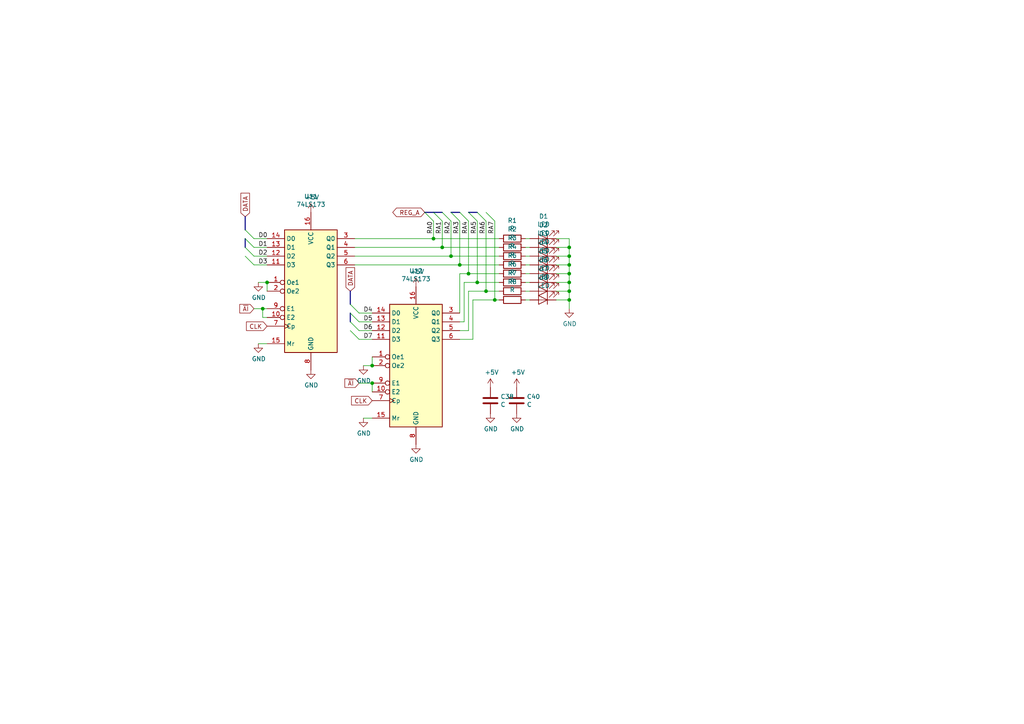
<source format=kicad_sch>
(kicad_sch (version 20200618) (host eeschema "(5.99.0-2101-geb1ff80d5)")
  (page 1 1)
  (paper "A4")
  (title_block (title "REGISTER A") (date "2020-10-10") (rev "1") (company "Wilhelm-Maybach-Schule Heilbronn") (comment 1 "Leon Hellmich"))
  (lib_symbols
    (symbol "74xx:74LS173"
      (property "Reference" "U" (at -7.62 19.05 0))
      (property "Value" "74LS173" (at -7.62 -19.05 0))
      (symbol "74LS173_1_1"
        (rectangle (start -7.62 17.78) (end 7.62 -17.78) (stroke (width 0.254)) (fill (type background)))
      )
      (symbol "74LS173_1_0"
        (pin input inverted (at -12.7 2.54 0) (length 5.08) (name "Oe1") (number "1"))
        (pin input inverted (at -12.7 -7.62 0) (length 5.08) (name "E2") (number "10"))
        (pin input line (at -12.7 7.62 0) (length 5.08) (name "D3") (number "11"))
        (pin input line (at -12.7 10.16 0) (length 5.08) (name "D2") (number "12"))
        (pin input line (at -12.7 12.7 0) (length 5.08) (name "D1") (number "13"))
        (pin input line (at -12.7 15.24 0) (length 5.08) (name "D0") (number "14"))
        (pin input line (at -12.7 -15.24 0) (length 5.08) (name "Mr") (number "15"))
        (pin power_in line (at 0 22.86 270) (length 5.08) (name "VCC") (number "16"))
        (pin input inverted (at -12.7 0 0) (length 5.08) (name "Oe2") (number "2"))
        (pin tri_state line (at 12.7 15.24 180) (length 5.08) (name "Q0") (number "3"))
        (pin tri_state line (at 12.7 12.7 180) (length 5.08) (name "Q1") (number "4"))
        (pin tri_state line (at 12.7 10.16 180) (length 5.08) (name "Q2") (number "5"))
        (pin tri_state line (at 12.7 7.62 180) (length 5.08) (name "Q3") (number "6"))
        (pin input clock (at -12.7 -10.16 0) (length 5.08) (name "Cp") (number "7"))
        (pin power_in line (at 0 -22.86 90) (length 5.08) (name "GND") (number "8"))
        (pin input inverted (at -12.7 -5.08 0) (length 5.08) (name "E1") (number "9"))
      )
    )
    (symbol "Device:C" (pin_numbers hide) (pin_names (offset 0.254))
      (property "Reference" "C" (at 0.635 2.54 0))
      (property "Value" "C" (at 0.635 -2.54 0))
      (symbol "C_0_1"
        (polyline (pts (xy -2.032 -0.762) (xy 2.032 -0.762)) (stroke (width 0.508)))
        (polyline (pts (xy -2.032 0.762) (xy 2.032 0.762)) (stroke (width 0.508)))
      )
      (symbol "C_1_1"
        (pin passive line (at 0 3.81 270) (length 2.794) (name "~") (number "1"))
        (pin passive line (at 0 -3.81 90) (length 2.794) (name "~") (number "2"))
      )
    )
    (symbol "Device:LED" (pin_numbers hide) (pin_names hide)
      (property "Reference" "D" (at 0 2.54 0))
      (property "Value" "LED" (at 0 -2.54 0))
      (symbol "LED_0_1"
        (polyline (pts (xy -1.27 -1.27) (xy -1.27 1.27)) (stroke (width 0.2032)))
        (polyline (pts (xy -1.27 0) (xy 1.27 0)))
        (polyline (pts (xy 1.27 -1.27) (xy 1.27 1.27) (xy -1.27 0) (xy 1.27 -1.27)) (stroke (width 0.2032)))
        (polyline (pts (xy -3.048 -0.762) (xy -4.572 -2.286) (xy -3.81 -2.286) (xy -4.572 -2.286) (xy -4.572 -1.524)))
        (polyline (pts (xy -1.778 -0.762) (xy -3.302 -2.286) (xy -2.54 -2.286) (xy -3.302 -2.286) (xy -3.302 -1.524)))
      )
      (symbol "LED_1_1"
        (pin passive line (at -3.81 0 0) (length 2.54) (name "K") (number "1"))
        (pin passive line (at 3.81 0 180) (length 2.54) (name "A") (number "2"))
      )
    )
    (symbol "Device:R" (pin_numbers hide) (pin_names (offset 0))
      (property "Reference" "R" (at 2.032 0 90))
      (property "Value" "R" (at 0 0 90))
      (symbol "R_0_1"
        (rectangle (start -1.016 -2.54) (end 1.016 2.54) (stroke (width 0.254)))
      )
      (symbol "R_1_1"
        (pin passive line (at 0 3.81 270) (length 1.27) (name "~") (number "1"))
        (pin passive line (at 0 -3.81 90) (length 1.27) (name "~") (number "2"))
      )
    )
    (symbol "power:+5V" (power) (pin_names (offset 0))
      (property "Value" "+5V" (at 0 3.556 0))
      (symbol "+5V_0_1"
        (polyline (pts (xy -0.762 1.27) (xy 0 2.54)))
        (polyline (pts (xy 0 0) (xy 0 2.54)))
        (polyline (pts (xy 0 2.54) (xy 0.762 1.27)))
      )
      (symbol "+5V_1_1"
        (pin power_in line (at 0 0 90) (length 0) hide (name "+5V") (number "1"))
      )
    )
    (symbol "power:GND" (power) (pin_names (offset 0))
      (property "Value" "GND" (at 0 -3.81 0))
      (symbol "GND_0_1"
        (polyline (pts (xy 0 0) (xy 0 -1.27) (xy 1.27 -1.27) (xy 0 -2.54) (xy -1.27 -1.27) (xy 0 -1.27)))
      )
      (symbol "GND_1_1"
        (pin power_in line (at 0 0 270) (length 0) hide (name "GND") (number "1"))
      )
    )
  )
  (junction (at 76.2 89.535))
  (junction (at 77.47 81.915))
  (junction (at 107.95 106.045))
  (junction (at 107.95 111.125))
  (junction (at 125.73 69.215))
  (junction (at 128.27 71.755))
  (junction (at 130.81 74.295))
  (junction (at 133.35 76.835))
  (junction (at 135.89 79.375))
  (junction (at 138.43 81.915))
  (junction (at 140.97 84.455))
  (junction (at 143.51 86.995))
  (junction (at 165.1 71.755))
  (junction (at 165.1 74.295))
  (junction (at 165.1 76.835))
  (junction (at 165.1 79.375))
  (junction (at 165.1 81.915))
  (junction (at 165.1 84.455))
  (junction (at 165.1 86.995))
  (bus_entry (at 71.12 66.675) (size 2.54 2.54) (stroke (width 0.1524)))
  (bus_entry (at 71.12 69.215) (size 2.54 2.54) (stroke (width 0.1524)))
  (bus_entry (at 71.12 71.755) (size 2.54 2.54) (stroke (width 0.1524)))
  (bus_entry (at 71.12 74.295) (size 2.54 2.54) (stroke (width 0.1524)))
  (bus_entry (at 101.6 88.265) (size 2.54 2.54) (stroke (width 0.1524)))
  (bus_entry (at 101.6 90.805) (size 2.54 2.54) (stroke (width 0.1524)))
  (bus_entry (at 101.6 93.345) (size 2.54 2.54) (stroke (width 0.1524)))
  (bus_entry (at 101.6 95.885) (size 2.54 2.54) (stroke (width 0.1524)))
  (bus_entry (at 123.19 61.595) (size 2.54 2.54) (stroke (width 0.1524)))
  (bus_entry (at 125.73 61.595) (size 2.54 2.54) (stroke (width 0.1524)))
  (bus_entry (at 128.27 61.595) (size 2.54 2.54) (stroke (width 0.1524)))
  (bus_entry (at 130.81 61.595) (size 2.54 2.54) (stroke (width 0.1524)))
  (bus_entry (at 133.35 61.595) (size 2.54 2.54) (stroke (width 0.1524)))
  (bus_entry (at 135.89 61.595) (size 2.54 2.54) (stroke (width 0.1524)))
  (bus_entry (at 138.43 61.595) (size 2.54 2.54) (stroke (width 0.1524)))
  (bus_entry (at 140.97 61.595) (size 2.54 2.54) (stroke (width 0.1524)))
  (wire (pts (xy 73.66 69.215) (xy 77.47 69.215)))
  (wire (pts (xy 73.66 74.295) (xy 77.47 74.295)))
  (wire (pts (xy 73.66 76.835) (xy 77.47 76.835)))
  (wire (pts (xy 76.2 89.535) (xy 73.66 89.535)))
  (wire (pts (xy 76.2 89.535) (xy 76.2 92.075)))
  (wire (pts (xy 76.2 92.075) (xy 77.47 92.075)))
  (wire (pts (xy 77.47 71.755) (xy 73.66 71.755)))
  (wire (pts (xy 77.47 81.915) (xy 74.93 81.915)))
  (wire (pts (xy 77.47 81.915) (xy 77.47 84.455)))
  (wire (pts (xy 77.47 89.535) (xy 76.2 89.535)))
  (wire (pts (xy 77.47 99.695) (xy 74.93 99.695)))
  (wire (pts (xy 102.87 69.215) (xy 125.73 69.215)))
  (wire (pts (xy 102.87 71.755) (xy 128.27 71.755)))
  (wire (pts (xy 102.87 74.295) (xy 130.81 74.295)))
  (wire (pts (xy 102.87 76.835) (xy 133.35 76.835)))
  (wire (pts (xy 104.14 90.805) (xy 107.95 90.805)))
  (wire (pts (xy 104.14 95.885) (xy 107.95 95.885)))
  (wire (pts (xy 104.14 98.425) (xy 107.95 98.425)))
  (wire (pts (xy 105.41 106.045) (xy 107.95 106.045)))
  (wire (pts (xy 107.95 93.345) (xy 104.14 93.345)))
  (wire (pts (xy 107.95 106.045) (xy 107.95 103.505)))
  (wire (pts (xy 107.95 111.125) (xy 104.14 111.125)))
  (wire (pts (xy 107.95 113.665) (xy 107.95 111.125)))
  (wire (pts (xy 107.95 121.285) (xy 105.41 121.285)))
  (wire (pts (xy 125.73 64.135) (xy 125.73 69.215)))
  (wire (pts (xy 125.73 69.215) (xy 144.78 69.215)))
  (wire (pts (xy 128.27 64.135) (xy 128.27 71.755)))
  (wire (pts (xy 128.27 71.755) (xy 144.78 71.755)))
  (wire (pts (xy 130.81 64.135) (xy 130.81 74.295)))
  (wire (pts (xy 130.81 74.295) (xy 144.78 74.295)))
  (wire (pts (xy 133.35 64.135) (xy 133.35 76.835)))
  (wire (pts (xy 133.35 76.835) (xy 144.78 76.835)))
  (wire (pts (xy 133.35 79.375) (xy 135.89 79.375)))
  (wire (pts (xy 133.35 90.805) (xy 133.35 79.375)))
  (wire (pts (xy 133.35 93.345) (xy 134.62 93.345)))
  (wire (pts (xy 133.35 95.885) (xy 135.89 95.885)))
  (wire (pts (xy 133.35 98.425) (xy 137.16 98.425)))
  (wire (pts (xy 134.62 81.915) (xy 138.43 81.915)))
  (wire (pts (xy 134.62 93.345) (xy 134.62 81.915)))
  (wire (pts (xy 135.89 64.135) (xy 135.89 79.375)))
  (wire (pts (xy 135.89 79.375) (xy 144.78 79.375)))
  (wire (pts (xy 135.89 84.455) (xy 140.97 84.455)))
  (wire (pts (xy 135.89 95.885) (xy 135.89 84.455)))
  (wire (pts (xy 137.16 86.995) (xy 143.51 86.995)))
  (wire (pts (xy 137.16 98.425) (xy 137.16 86.995)))
  (wire (pts (xy 138.43 64.135) (xy 138.43 81.915)))
  (wire (pts (xy 138.43 81.915) (xy 144.78 81.915)))
  (wire (pts (xy 140.97 64.135) (xy 140.97 84.455)))
  (wire (pts (xy 140.97 84.455) (xy 144.78 84.455)))
  (wire (pts (xy 143.51 64.135) (xy 143.51 86.995)))
  (wire (pts (xy 143.51 86.995) (xy 144.78 86.995)))
  (wire (pts (xy 152.4 69.215) (xy 153.67 69.215)))
  (wire (pts (xy 152.4 74.295) (xy 153.67 74.295)))
  (wire (pts (xy 152.4 79.375) (xy 153.67 79.375)))
  (wire (pts (xy 152.4 84.455) (xy 153.67 84.455)))
  (wire (pts (xy 153.67 71.755) (xy 152.4 71.755)))
  (wire (pts (xy 153.67 76.835) (xy 152.4 76.835)))
  (wire (pts (xy 153.67 81.915) (xy 152.4 81.915)))
  (wire (pts (xy 153.67 86.995) (xy 152.4 86.995)))
  (wire (pts (xy 161.29 69.215) (xy 165.1 69.215)))
  (wire (pts (xy 161.29 71.755) (xy 165.1 71.755)))
  (wire (pts (xy 161.29 74.295) (xy 165.1 74.295)))
  (wire (pts (xy 161.29 76.835) (xy 165.1 76.835)))
  (wire (pts (xy 161.29 79.375) (xy 165.1 79.375)))
  (wire (pts (xy 161.29 81.915) (xy 165.1 81.915)))
  (wire (pts (xy 161.29 84.455) (xy 165.1 84.455)))
  (wire (pts (xy 161.29 86.995) (xy 165.1 86.995)))
  (wire (pts (xy 165.1 69.215) (xy 165.1 71.755)))
  (wire (pts (xy 165.1 71.755) (xy 165.1 74.295)))
  (wire (pts (xy 165.1 74.295) (xy 165.1 76.835)))
  (wire (pts (xy 165.1 76.835) (xy 165.1 79.375)))
  (wire (pts (xy 165.1 79.375) (xy 165.1 81.915)))
  (wire (pts (xy 165.1 81.915) (xy 165.1 84.455)))
  (wire (pts (xy 165.1 84.455) (xy 165.1 86.995)))
  (wire (pts (xy 165.1 86.995) (xy 165.1 89.535)))
  (bus (pts (xy 71.12 62.865) (xy 71.12 69.215)))
  (bus (pts (xy 71.12 69.215) (xy 71.12 74.295)))
  (bus (pts (xy 101.6 84.455) (xy 101.6 90.805)))
  (bus (pts (xy 101.6 90.805) (xy 101.6 95.885)))
  (bus (pts (xy 123.19 61.595) (xy 125.73 61.595)))
  (bus (pts (xy 125.73 61.595) (xy 130.81 61.595)))
  (bus (pts (xy 130.81 61.595) (xy 135.89 61.595)))
  (bus (pts (xy 135.89 61.595) (xy 140.97 61.595)))
  (label "D0" (at 74.93 69.215 0))
  (label "D1" (at 74.93 71.755 0))
  (label "D2" (at 74.93 74.295 0))
  (label "D3" (at 74.93 76.835 0))
  (label "D4" (at 105.41 90.805 0))
  (label "D5" (at 105.41 93.345 0))
  (label "D6" (at 105.41 95.885 0))
  (label "D7" (at 105.41 98.425 0))
  (label "RA0" (at 125.73 64.135 270))
  (label "RA1" (at 128.27 64.135 270))
  (label "RA2" (at 130.81 64.135 270))
  (label "RA3" (at 133.35 64.135 270))
  (label "RA4" (at 135.89 64.135 270))
  (label "RA5" (at 138.43 64.135 270))
  (label "RA6" (at 140.97 64.135 270))
  (label "RA7" (at 143.51 64.135 270))
  (global_label "DATA" (shape input) (at 71.12 62.865 90))
  (global_label "~AI" (shape input) (at 73.66 89.535 180))
  (global_label "CLK" (shape input) (at 77.47 94.615 180))
  (global_label "DATA" (shape input) (at 101.6 84.455 90))
  (global_label "~AI" (shape input) (at 104.14 111.125 180))
  (global_label "CLK" (shape input) (at 107.95 116.205 180))
  (global_label "REG_A" (shape bidirectional) (at 123.19 61.595 180))
  (symbol (lib_id "power:+5V") (at 90.17 61.595 0) (unit 1)
    (property "Reference" "#PWR0120" (effects hide))
    (property "Value" "+5V" (at 90.551 57.2008 0))
  )
  (symbol (lib_id "power:+5V") (at 120.65 83.185 0) (unit 1)
    (property "Reference" "#PWR0121" (effects hide))
    (property "Value" "+5V" (at 121.031 78.7908 0))
  )
  (symbol (lib_id "power:+5V") (at 142.24 112.395 0) (unit 1)
    (property "Reference" "#PWR086" (effects hide))
    (property "Value" "+5V" (at 142.621 108.0008 0))
  )
  (symbol (lib_id "power:+5V") (at 149.86 112.395 0) (unit 1)
    (property "Reference" "#PWR090" (effects hide))
    (property "Value" "+5V" (at 150.241 108.0008 0))
  )
  (symbol (lib_id "power:GND") (at 74.93 81.915 0) (unit 1)
    (property "Reference" "#PWR0119" (effects hide))
    (property "Value" "GND" (at 75.057 86.3092 0))
  )
  (symbol (lib_id "power:GND") (at 74.93 99.695 0) (unit 1)
    (property "Reference" "#PWR0125" (effects hide))
    (property "Value" "GND" (at 75.057 104.0892 0))
  )
  (symbol (lib_id "power:GND") (at 90.17 107.315 0) (unit 1)
    (property "Reference" "#PWR0122" (effects hide))
    (property "Value" "GND" (at 90.297 111.7092 0))
  )
  (symbol (lib_id "power:GND") (at 105.41 106.045 0) (unit 1)
    (property "Reference" "#PWR0118" (effects hide))
    (property "Value" "GND" (at 105.537 110.4392 0))
  )
  (symbol (lib_id "power:GND") (at 105.41 121.285 0) (unit 1)
    (property "Reference" "#PWR0124" (effects hide))
    (property "Value" "GND" (at 105.537 125.6792 0))
  )
  (symbol (lib_id "power:GND") (at 120.65 128.905 0) (unit 1)
    (property "Reference" "#PWR0123" (effects hide))
    (property "Value" "GND" (at 120.777 133.2992 0))
  )
  (symbol (lib_id "power:GND") (at 142.24 120.015 0) (unit 1)
    (property "Reference" "#PWR087" (effects hide))
    (property "Value" "GND" (at 142.367 124.4092 0))
  )
  (symbol (lib_id "power:GND") (at 149.86 120.015 0) (unit 1)
    (property "Reference" "#PWR091" (effects hide))
    (property "Value" "GND" (at 149.987 124.4092 0))
  )
  (symbol (lib_id "power:GND") (at 165.1 89.535 0) (unit 1)
    (property "Reference" "#PWR0117" (effects hide))
    (property "Value" "GND" (at 165.227 93.9292 0))
  )
  (symbol (lib_id "Device:R") (at 148.59 69.215 270) (unit 1)
    (property "Reference" "R1" (at 148.59 63.9572 90))
    (property "Value" "R" (at 148.59 66.2686 90))
    (property "Footprint" "Resistor_SMD:R_0805_2012Metric_Pad1.15x1.40mm_HandSolder" (effects hide))
  )
  (symbol (lib_id "Device:R") (at 148.59 71.755 270) (unit 1)
    (property "Reference" "R2" (at 148.59 66.4972 90))
    (property "Value" "R" (at 148.59 68.8086 90))
    (property "Footprint" "Resistor_SMD:R_0805_2012Metric_Pad1.15x1.40mm_HandSolder" (effects hide))
  )
  (symbol (lib_id "Device:R") (at 148.59 74.295 270) (unit 1)
    (property "Reference" "R3" (at 148.59 69.0372 90))
    (property "Value" "R" (at 148.59 71.3486 90))
    (property "Footprint" "Resistor_SMD:R_0805_2012Metric_Pad1.15x1.40mm_HandSolder" (effects hide))
  )
  (symbol (lib_id "Device:R") (at 148.59 76.835 270) (unit 1)
    (property "Reference" "R4" (at 148.59 71.5772 90))
    (property "Value" "R" (at 148.59 73.8886 90))
    (property "Footprint" "Resistor_SMD:R_0805_2012Metric_Pad1.15x1.40mm_HandSolder" (effects hide))
  )
  (symbol (lib_id "Device:R") (at 148.59 79.375 270) (unit 1)
    (property "Reference" "R5" (at 148.59 74.1172 90))
    (property "Value" "R" (at 148.59 76.4286 90))
    (property "Footprint" "Resistor_SMD:R_0805_2012Metric_Pad1.15x1.40mm_HandSolder" (effects hide))
  )
  (symbol (lib_id "Device:R") (at 148.59 81.915 270) (unit 1)
    (property "Reference" "R6" (at 148.59 76.6572 90))
    (property "Value" "R" (at 148.59 78.9686 90))
    (property "Footprint" "Resistor_SMD:R_0805_2012Metric_Pad1.15x1.40mm_HandSolder" (effects hide))
  )
  (symbol (lib_id "Device:R") (at 148.59 84.455 270) (unit 1)
    (property "Reference" "R7" (at 148.59 79.1972 90))
    (property "Value" "R" (at 148.59 81.5086 90))
    (property "Footprint" "Resistor_SMD:R_0805_2012Metric_Pad1.15x1.40mm_HandSolder" (effects hide))
  )
  (symbol (lib_id "Device:R") (at 148.59 86.995 270) (unit 1)
    (property "Reference" "R8" (at 148.59 81.7372 90))
    (property "Value" "R" (at 148.59 84.0486 90))
    (property "Footprint" "Resistor_SMD:R_0805_2012Metric_Pad1.15x1.40mm_HandSolder" (effects hide))
  )
  (symbol (lib_id "Device:LED") (at 157.48 69.215 180) (unit 1)
    (property "Reference" "D1" (at 157.6578 62.738 0))
    (property "Value" "LED" (at 157.6578 65.0494 0))
    (property "Footprint" "LED_THT:LED_D5.0mm" (effects hide))
  )
  (symbol (lib_id "Device:LED") (at 157.48 71.755 180) (unit 1)
    (property "Reference" "D2" (at 157.6578 65.278 0))
    (property "Value" "LED" (at 157.6578 67.5894 0))
    (property "Footprint" "LED_THT:LED_D5.0mm" (effects hide))
  )
  (symbol (lib_id "Device:LED") (at 157.48 74.295 180) (unit 1)
    (property "Reference" "D3" (at 157.6578 67.818 0))
    (property "Value" "LED" (at 157.6578 70.1294 0))
    (property "Footprint" "LED_THT:LED_D5.0mm" (effects hide))
  )
  (symbol (lib_id "Device:LED") (at 157.48 76.835 180) (unit 1)
    (property "Reference" "D4" (at 157.6578 70.358 0))
    (property "Value" "LED" (at 157.6578 72.6694 0))
    (property "Footprint" "LED_THT:LED_D5.0mm" (effects hide))
  )
  (symbol (lib_id "Device:LED") (at 157.48 79.375 180) (unit 1)
    (property "Reference" "D5" (at 157.6578 72.898 0))
    (property "Value" "LED" (at 157.6578 75.2094 0))
    (property "Footprint" "LED_THT:LED_D5.0mm" (effects hide))
  )
  (symbol (lib_id "Device:LED") (at 157.48 81.915 180) (unit 1)
    (property "Reference" "D6" (at 157.6578 75.438 0))
    (property "Value" "LED" (at 157.6578 77.7494 0))
    (property "Footprint" "LED_THT:LED_D5.0mm" (effects hide))
  )
  (symbol (lib_id "Device:LED") (at 157.48 84.455 180) (unit 1)
    (property "Reference" "D7" (at 157.6578 77.978 0))
    (property "Value" "LED" (at 157.6578 80.2894 0))
    (property "Footprint" "LED_THT:LED_D5.0mm" (effects hide))
  )
  (symbol (lib_id "Device:LED") (at 157.48 86.995 180) (unit 1)
    (property "Reference" "D8" (at 157.6578 80.518 0))
    (property "Value" "LED" (at 157.6578 82.8294 0))
    (property "Footprint" "LED_THT:LED_D5.0mm" (effects hide))
  )
  (symbol (lib_id "Device:C") (at 142.24 116.205 0) (unit 1)
    (property "Reference" "C38" (at 145.161 115.0366 0) (effects (justify left)))
    (property "Value" "C" (at 145.161 117.348 0) (effects (justify left)))
    (property "Footprint" "Capacitor_SMD:C_0805_2012Metric_Pad1.15x1.40mm_HandSolder" (effects hide))
  )
  (symbol (lib_id "Device:C") (at 149.86 116.205 0) (unit 1)
    (property "Reference" "C40" (at 152.781 115.0366 0) (effects (justify left)))
    (property "Value" "C" (at 152.781 117.348 0) (effects (justify left)))
    (property "Footprint" "Capacitor_SMD:C_0805_2012Metric_Pad1.15x1.40mm_HandSolder" (effects hide))
  )
  (symbol (lib_id "74xx:74LS173") (at 90.17 84.455 0) (unit 1)
    (property "Reference" "U11" (at 90.17 56.9976 0))
    (property "Value" "74LS173" (at 90.17 59.309 0))
    (property "Footprint" "Package_DIP:DIP-16_W7.62mm_Socket_LongPads" (effects hide))
    (property "Datasheet" "http://www.ti.com/lit/gpn/sn74LS173" (effects hide))
  )
  (symbol (lib_id "74xx:74LS173") (at 120.65 106.045 0) (unit 1)
    (property "Reference" "U12" (at 120.65 78.5876 0))
    (property "Value" "74LS173" (at 120.65 80.899 0))
    (property "Footprint" "Package_DIP:DIP-16_W7.62mm_Socket_LongPads" (effects hide))
    (property "Datasheet" "http://www.ti.com/lit/gpn/sn74LS173" (effects hide))
  )
)
</source>
